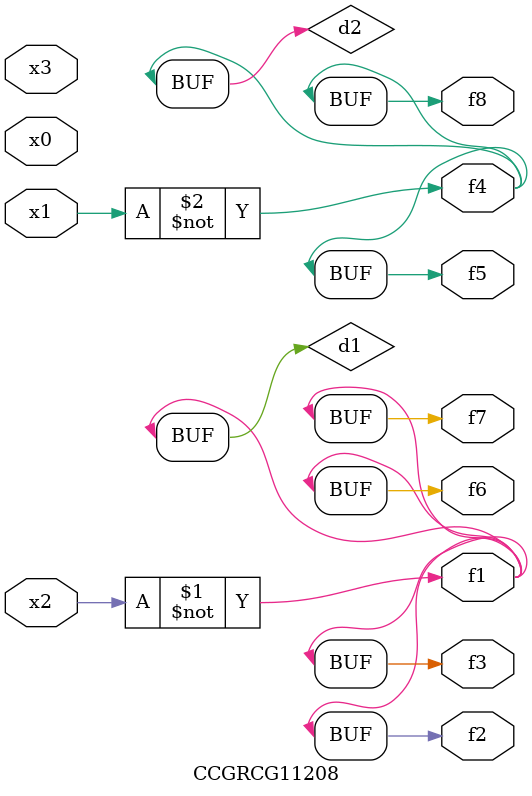
<source format=v>
module CCGRCG11208(
	input x0, x1, x2, x3,
	output f1, f2, f3, f4, f5, f6, f7, f8
);

	wire d1, d2;

	xnor (d1, x2);
	not (d2, x1);
	assign f1 = d1;
	assign f2 = d1;
	assign f3 = d1;
	assign f4 = d2;
	assign f5 = d2;
	assign f6 = d1;
	assign f7 = d1;
	assign f8 = d2;
endmodule

</source>
